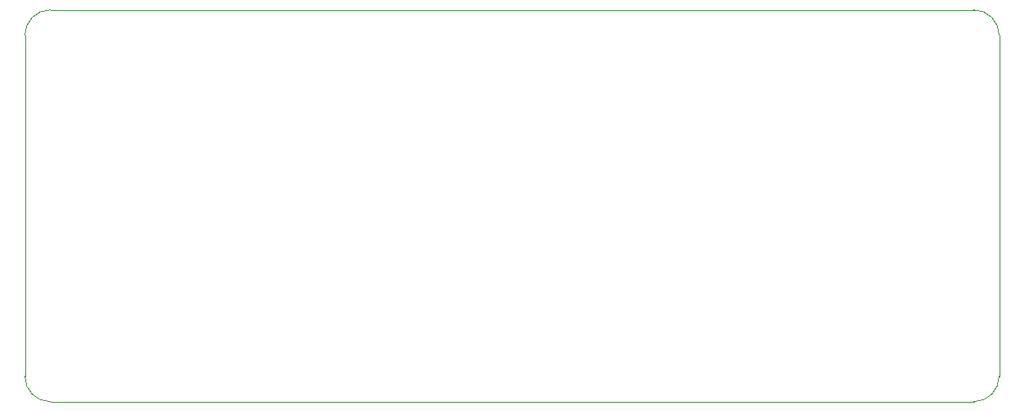
<source format=gm1>
G04 #@! TF.GenerationSoftware,KiCad,Pcbnew,(6.0.7)*
G04 #@! TF.CreationDate,2022-11-12T22:44:30+08:00*
G04 #@! TF.ProjectId,KP08_keypad,4b503038-5f6b-4657-9970-61642e6b6963,1.0*
G04 #@! TF.SameCoordinates,Original*
G04 #@! TF.FileFunction,Profile,NP*
%FSLAX46Y46*%
G04 Gerber Fmt 4.6, Leading zero omitted, Abs format (unit mm)*
G04 Created by KiCad (PCBNEW (6.0.7)) date 2022-11-12 22:44:30*
%MOMM*%
%LPD*%
G01*
G04 APERTURE LIST*
G04 #@! TA.AperFunction,Profile*
%ADD10C,0.100000*%
G04 #@! TD*
G04 APERTURE END LIST*
D10*
X83820000Y-102870000D02*
X83820000Y-68580000D01*
X86360000Y-66040000D02*
X179070000Y-66040000D01*
X83820000Y-102870000D02*
G75*
G03*
X86360000Y-105410000I2540000J0D01*
G01*
X86360000Y-66040000D02*
G75*
G03*
X83820000Y-68580000I0J-2540000D01*
G01*
X181610000Y-68580000D02*
G75*
G03*
X179070000Y-66040000I-2540000J0D01*
G01*
X179070000Y-105410000D02*
X86360000Y-105410000D01*
X181610000Y-68580000D02*
X181610000Y-102870000D01*
X179070000Y-105410000D02*
G75*
G03*
X181610000Y-102870000I0J2540000D01*
G01*
M02*

</source>
